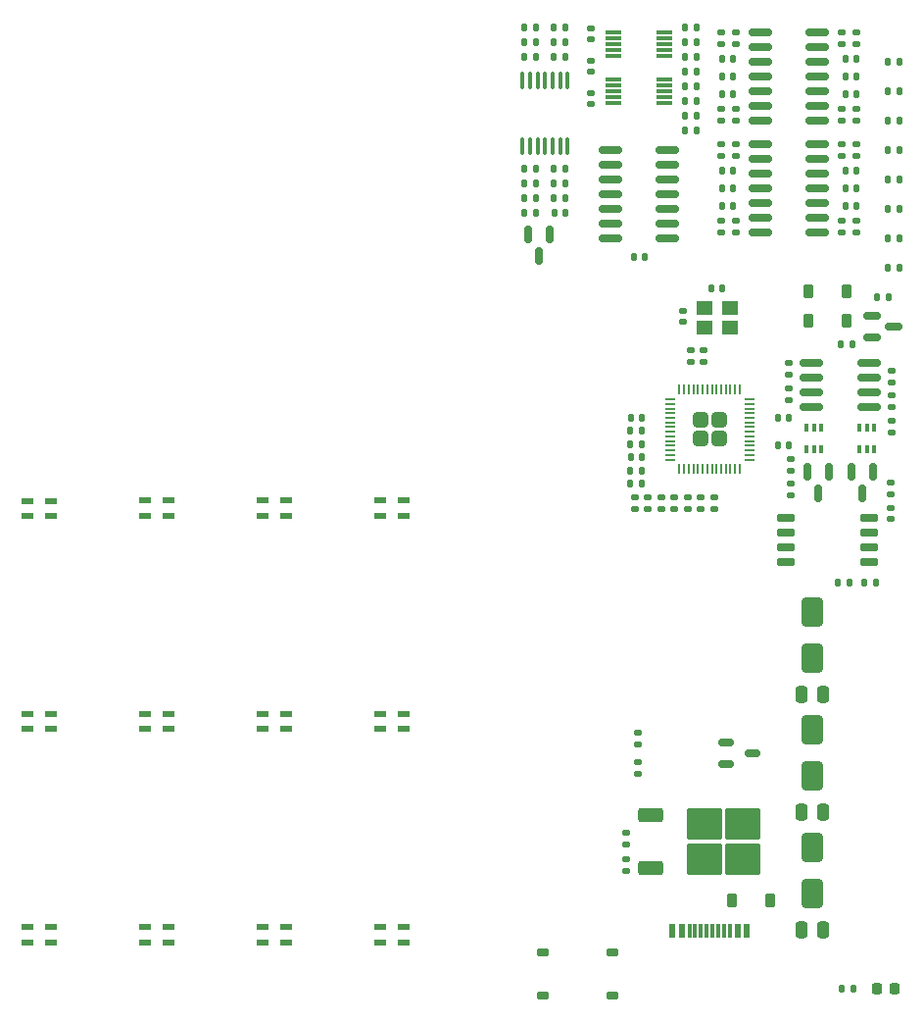
<source format=gbr>
%TF.GenerationSoftware,KiCad,Pcbnew,7.0.9*%
%TF.CreationDate,2023-11-25T16:41:52+01:00*%
%TF.ProjectId,EuroPi-X,4575726f-5069-42d5-982e-6b696361645f,rev?*%
%TF.SameCoordinates,Original*%
%TF.FileFunction,Paste,Top*%
%TF.FilePolarity,Positive*%
%FSLAX46Y46*%
G04 Gerber Fmt 4.6, Leading zero omitted, Abs format (unit mm)*
G04 Created by KiCad (PCBNEW 7.0.9) date 2023-11-25 16:41:52*
%MOMM*%
%LPD*%
G01*
G04 APERTURE LIST*
G04 Aperture macros list*
%AMRoundRect*
0 Rectangle with rounded corners*
0 $1 Rounding radius*
0 $2 $3 $4 $5 $6 $7 $8 $9 X,Y pos of 4 corners*
0 Add a 4 corners polygon primitive as box body*
4,1,4,$2,$3,$4,$5,$6,$7,$8,$9,$2,$3,0*
0 Add four circle primitives for the rounded corners*
1,1,$1+$1,$2,$3*
1,1,$1+$1,$4,$5*
1,1,$1+$1,$6,$7*
1,1,$1+$1,$8,$9*
0 Add four rect primitives between the rounded corners*
20,1,$1+$1,$2,$3,$4,$5,0*
20,1,$1+$1,$4,$5,$6,$7,0*
20,1,$1+$1,$6,$7,$8,$9,0*
20,1,$1+$1,$8,$9,$2,$3,0*%
G04 Aperture macros list end*
%ADD10RoundRect,0.250000X-0.850000X-0.350000X0.850000X-0.350000X0.850000X0.350000X-0.850000X0.350000X0*%
%ADD11RoundRect,0.250000X-1.275000X-1.125000X1.275000X-1.125000X1.275000X1.125000X-1.275000X1.125000X0*%
%ADD12R,1.000000X0.600000*%
%ADD13RoundRect,0.135000X0.135000X0.185000X-0.135000X0.185000X-0.135000X-0.185000X0.135000X-0.185000X0*%
%ADD14R,0.400000X0.650000*%
%ADD15RoundRect,0.140000X0.170000X-0.140000X0.170000X0.140000X-0.170000X0.140000X-0.170000X-0.140000X0*%
%ADD16RoundRect,0.250000X0.650000X-1.000000X0.650000X1.000000X-0.650000X1.000000X-0.650000X-1.000000X0*%
%ADD17RoundRect,0.150000X-0.825000X-0.150000X0.825000X-0.150000X0.825000X0.150000X-0.825000X0.150000X0*%
%ADD18RoundRect,0.135000X-0.135000X-0.185000X0.135000X-0.185000X0.135000X0.185000X-0.135000X0.185000X0*%
%ADD19RoundRect,0.225000X-0.225000X-0.375000X0.225000X-0.375000X0.225000X0.375000X-0.225000X0.375000X0*%
%ADD20RoundRect,0.135000X0.185000X-0.135000X0.185000X0.135000X-0.185000X0.135000X-0.185000X-0.135000X0*%
%ADD21RoundRect,0.225000X0.225000X0.375000X-0.225000X0.375000X-0.225000X-0.375000X0.225000X-0.375000X0*%
%ADD22RoundRect,0.135000X-0.185000X0.135000X-0.185000X-0.135000X0.185000X-0.135000X0.185000X0.135000X0*%
%ADD23RoundRect,0.140000X-0.170000X0.140000X-0.170000X-0.140000X0.170000X-0.140000X0.170000X0.140000X0*%
%ADD24R,1.400000X0.300000*%
%ADD25RoundRect,0.150000X-0.512500X-0.150000X0.512500X-0.150000X0.512500X0.150000X-0.512500X0.150000X0*%
%ADD26RoundRect,0.100000X-0.100000X0.637500X-0.100000X-0.637500X0.100000X-0.637500X0.100000X0.637500X0*%
%ADD27R,0.600000X1.240000*%
%ADD28R,0.300000X1.240000*%
%ADD29RoundRect,0.140000X0.140000X0.170000X-0.140000X0.170000X-0.140000X-0.170000X0.140000X-0.170000X0*%
%ADD30RoundRect,0.150000X-0.587500X-0.150000X0.587500X-0.150000X0.587500X0.150000X-0.587500X0.150000X0*%
%ADD31RoundRect,0.150000X0.650000X0.150000X-0.650000X0.150000X-0.650000X-0.150000X0.650000X-0.150000X0*%
%ADD32RoundRect,0.250000X-0.650000X1.000000X-0.650000X-1.000000X0.650000X-1.000000X0.650000X1.000000X0*%
%ADD33RoundRect,0.140000X-0.140000X-0.170000X0.140000X-0.170000X0.140000X0.170000X-0.140000X0.170000X0*%
%ADD34RoundRect,0.187500X-0.312500X-0.187500X0.312500X-0.187500X0.312500X0.187500X-0.312500X0.187500X0*%
%ADD35RoundRect,0.150000X-0.150000X0.587500X-0.150000X-0.587500X0.150000X-0.587500X0.150000X0.587500X0*%
%ADD36RoundRect,0.250000X0.250000X0.475000X-0.250000X0.475000X-0.250000X-0.475000X0.250000X-0.475000X0*%
%ADD37RoundRect,0.218750X0.218750X0.256250X-0.218750X0.256250X-0.218750X-0.256250X0.218750X-0.256250X0*%
%ADD38R,1.400000X1.200000*%
%ADD39RoundRect,0.250000X-0.250000X-0.475000X0.250000X-0.475000X0.250000X0.475000X-0.250000X0.475000X0*%
%ADD40RoundRect,0.249999X0.395001X0.395001X-0.395001X0.395001X-0.395001X-0.395001X0.395001X-0.395001X0*%
%ADD41RoundRect,0.050000X0.387500X0.050000X-0.387500X0.050000X-0.387500X-0.050000X0.387500X-0.050000X0*%
%ADD42RoundRect,0.050000X0.050000X0.387500X-0.050000X0.387500X-0.050000X-0.387500X0.050000X-0.387500X0*%
G04 APERTURE END LIST*
D10*
%TO.C,U11*%
X57912000Y-82996000D03*
D11*
X62537000Y-83751000D03*
X62537000Y-86801000D03*
X65887000Y-83751000D03*
X65887000Y-86801000D03*
D10*
X57912000Y-87556000D03*
%TD*%
D12*
%TO.C,LED2*%
X4080000Y-92695000D03*
X4080000Y-93995000D03*
X6080000Y-93995000D03*
X6080000Y-92695000D03*
%TD*%
D13*
%TO.C,R13*%
X61851000Y-18861000D03*
X60831000Y-18861000D03*
%TD*%
D14*
%TO.C,SW5*%
X75931000Y-51434000D03*
X76581000Y-51434000D03*
X77231000Y-51434000D03*
X77231000Y-49534000D03*
X76581000Y-49534000D03*
X75931000Y-49534000D03*
%TD*%
D15*
%TO.C,C3*%
X69977000Y-53250000D03*
X69977000Y-52290000D03*
%TD*%
D12*
%TO.C,LED1*%
X4080000Y-74280000D03*
X4080000Y-75580000D03*
X6080000Y-75580000D03*
X6080000Y-74280000D03*
%TD*%
D16*
%TO.C,D2*%
X71882000Y-69502000D03*
X71882000Y-65502000D03*
%TD*%
D17*
%TO.C,U8*%
X67375000Y-25084000D03*
X67375000Y-26354000D03*
X67375000Y-27624000D03*
X67375000Y-28894000D03*
X67375000Y-30164000D03*
X67375000Y-31434000D03*
X67375000Y-32704000D03*
X72325000Y-32704000D03*
X72325000Y-31434000D03*
X72325000Y-30164000D03*
X72325000Y-28894000D03*
X72325000Y-27624000D03*
X72325000Y-26354000D03*
X72325000Y-25084000D03*
%TD*%
D18*
%TO.C,R59*%
X56132000Y-50992000D03*
X57152000Y-50992000D03*
%TD*%
D19*
%TO.C,D3*%
X71502000Y-37784000D03*
X74802000Y-37784000D03*
%TD*%
D20*
%TO.C,R5*%
X59944000Y-56582000D03*
X59944000Y-55562000D03*
%TD*%
%TO.C,R12*%
X75692000Y-16450000D03*
X75692000Y-15430000D03*
%TD*%
D21*
%TO.C,D6*%
X68198000Y-90362000D03*
X64898000Y-90362000D03*
%TD*%
D22*
%TO.C,R32*%
X65278000Y-25082000D03*
X65278000Y-26102000D03*
%TD*%
D23*
%TO.C,C13*%
X58801000Y-55592000D03*
X58801000Y-56552000D03*
%TD*%
D20*
%TO.C,R29*%
X64008000Y-26102000D03*
X64008000Y-25082000D03*
%TD*%
D22*
%TO.C,R41*%
X64008000Y-22034000D03*
X64008000Y-23054000D03*
%TD*%
D24*
%TO.C,DAC2*%
X54696000Y-19512000D03*
X54696000Y-20012000D03*
X54696000Y-20512000D03*
X54696000Y-21012000D03*
X54696000Y-21512000D03*
X59096000Y-21512000D03*
X59096000Y-21012000D03*
X59096000Y-20512000D03*
X59096000Y-20012000D03*
X59096000Y-19512000D03*
%TD*%
D13*
%TO.C,R58*%
X57152000Y-49849000D03*
X56132000Y-49849000D03*
%TD*%
%TO.C,R11*%
X77345000Y-62930000D03*
X76325000Y-62930000D03*
%TD*%
D25*
%TO.C,U5*%
X64394500Y-76712000D03*
X64394500Y-78612000D03*
X66669500Y-77662000D03*
%TD*%
D13*
%TO.C,R48*%
X79377000Y-33212000D03*
X78357000Y-33212000D03*
%TD*%
D23*
%TO.C,C16*%
X63373000Y-55592000D03*
X63373000Y-56552000D03*
%TD*%
D13*
%TO.C,R33*%
X79377000Y-20512000D03*
X78357000Y-20512000D03*
%TD*%
D26*
%TO.C,U9*%
X50718000Y-19554500D03*
X50068000Y-19554500D03*
X49418000Y-19554500D03*
X48768000Y-19554500D03*
X48118000Y-19554500D03*
X47468000Y-19554500D03*
X46818000Y-19554500D03*
X46818000Y-25279500D03*
X47468000Y-25279500D03*
X48118000Y-25279500D03*
X48768000Y-25279500D03*
X49418000Y-25279500D03*
X50068000Y-25279500D03*
X50718000Y-25279500D03*
%TD*%
D27*
%TO.C,P1*%
X59792000Y-92987000D03*
X60592000Y-92987000D03*
D28*
X61742000Y-92987000D03*
X62742000Y-92987000D03*
X63242000Y-92987000D03*
X64242000Y-92987000D03*
D27*
X65392000Y-92987000D03*
X66192000Y-92987000D03*
X66192000Y-92987000D03*
X65392000Y-92987000D03*
D28*
X64742000Y-92987000D03*
X63742000Y-92987000D03*
X62242000Y-92987000D03*
X61242000Y-92987000D03*
D27*
X60592000Y-92987000D03*
X59792000Y-92987000D03*
%TD*%
D22*
%TO.C,R49*%
X75692000Y-22034000D03*
X75692000Y-23054000D03*
%TD*%
D29*
%TO.C,C22*%
X75664000Y-28894000D03*
X74704000Y-28894000D03*
%TD*%
D23*
%TO.C,C27*%
X52705000Y-20667000D03*
X52705000Y-21627000D03*
%TD*%
D22*
%TO.C,R17*%
X74422000Y-25082000D03*
X74422000Y-26102000D03*
%TD*%
D12*
%TO.C,LED10*%
X24400000Y-55865000D03*
X24400000Y-57165000D03*
X26400000Y-57165000D03*
X26400000Y-55865000D03*
%TD*%
%TO.C,LED3*%
X14240000Y-74280000D03*
X14240000Y-75580000D03*
X16240000Y-75580000D03*
X16240000Y-74280000D03*
%TD*%
D13*
%TO.C,R30*%
X61851000Y-22671000D03*
X60831000Y-22671000D03*
%TD*%
%TO.C,R18*%
X79377000Y-17972000D03*
X78357000Y-17972000D03*
%TD*%
D12*
%TO.C,LED9*%
X4080000Y-55880000D03*
X4080000Y-57180000D03*
X6080000Y-57180000D03*
X6080000Y-55880000D03*
%TD*%
D23*
%TO.C,C40*%
X62230000Y-55592000D03*
X62230000Y-56552000D03*
%TD*%
D17*
%TO.C,U1*%
X71820000Y-44007000D03*
X71820000Y-45277000D03*
X71820000Y-46547000D03*
X71820000Y-47817000D03*
X76770000Y-47817000D03*
X76770000Y-46547000D03*
X76770000Y-45277000D03*
X76770000Y-44007000D03*
%TD*%
D30*
%TO.C,Q1*%
X77040500Y-39882000D03*
X77040500Y-41782000D03*
X78915500Y-40832000D03*
%TD*%
D13*
%TO.C,R37*%
X48008000Y-15051000D03*
X46988000Y-15051000D03*
%TD*%
D29*
%TO.C,C32*%
X75664000Y-20766000D03*
X74704000Y-20766000D03*
%TD*%
D23*
%TO.C,C18*%
X78740000Y-44670000D03*
X78740000Y-45630000D03*
%TD*%
D18*
%TO.C,R62*%
X74420000Y-97982000D03*
X75440000Y-97982000D03*
%TD*%
%TO.C,R38*%
X46988000Y-16321000D03*
X48008000Y-16321000D03*
%TD*%
D15*
%TO.C,C36*%
X55753000Y-87794000D03*
X55753000Y-86834000D03*
%TD*%
D22*
%TO.C,R1*%
X69977000Y-54419000D03*
X69977000Y-55439000D03*
%TD*%
D18*
%TO.C,R39*%
X49528000Y-27243000D03*
X50548000Y-27243000D03*
%TD*%
D31*
%TO.C,U6*%
X76752000Y-61152000D03*
X76752000Y-59882000D03*
X76752000Y-58612000D03*
X76752000Y-57342000D03*
X69552000Y-57342000D03*
X69552000Y-58612000D03*
X69552000Y-59882000D03*
X69552000Y-61152000D03*
%TD*%
D32*
%TO.C,D5*%
X71882000Y-85822000D03*
X71882000Y-89822000D03*
%TD*%
D18*
%TO.C,R25*%
X49528000Y-17591000D03*
X50548000Y-17591000D03*
%TD*%
D22*
%TO.C,R43*%
X64008000Y-31686000D03*
X64008000Y-32706000D03*
%TD*%
D23*
%TO.C,C35*%
X55753000Y-84548000D03*
X55753000Y-85508000D03*
%TD*%
D29*
%TO.C,C24*%
X75664000Y-19242000D03*
X74704000Y-19242000D03*
%TD*%
%TO.C,C12*%
X75664000Y-27370000D03*
X74704000Y-27370000D03*
%TD*%
D22*
%TO.C,R9*%
X69850000Y-44005000D03*
X69850000Y-45025000D03*
%TD*%
D33*
%TO.C,C30*%
X64036000Y-30418000D03*
X64996000Y-30418000D03*
%TD*%
D12*
%TO.C,LED5*%
X24400000Y-74280000D03*
X24400000Y-75580000D03*
X26400000Y-75580000D03*
X26400000Y-74280000D03*
%TD*%
D15*
%TO.C,C41*%
X61341000Y-43852000D03*
X61341000Y-42892000D03*
%TD*%
D34*
%TO.C,SW3*%
X48562000Y-94862000D03*
X54562000Y-94862000D03*
X48562000Y-98562000D03*
X54562000Y-98562000D03*
%TD*%
D29*
%TO.C,C21*%
X64996000Y-28894000D03*
X64036000Y-28894000D03*
%TD*%
D13*
%TO.C,R56*%
X79377000Y-25592000D03*
X78357000Y-25592000D03*
%TD*%
D20*
%TO.C,R53*%
X74422000Y-23054000D03*
X74422000Y-22034000D03*
%TD*%
D15*
%TO.C,C7*%
X56778000Y-79412000D03*
X56778000Y-78452000D03*
%TD*%
D13*
%TO.C,R35*%
X50548000Y-29783000D03*
X49528000Y-29783000D03*
%TD*%
D22*
%TO.C,R8*%
X69850000Y-46164000D03*
X69850000Y-47184000D03*
%TD*%
D12*
%TO.C,LED8*%
X34560000Y-92695000D03*
X34560000Y-93995000D03*
X36560000Y-93995000D03*
X36560000Y-92695000D03*
%TD*%
D23*
%TO.C,C37*%
X52705000Y-15079000D03*
X52705000Y-16039000D03*
%TD*%
%TO.C,C38*%
X52705000Y-17873000D03*
X52705000Y-18833000D03*
%TD*%
D12*
%TO.C,LED4*%
X14240000Y-92695000D03*
X14240000Y-93995000D03*
X16240000Y-93995000D03*
X16240000Y-92695000D03*
%TD*%
D33*
%TO.C,C14*%
X68862000Y-51119000D03*
X69822000Y-51119000D03*
%TD*%
D14*
%TO.C,SW4*%
X71359000Y-51434000D03*
X72009000Y-51434000D03*
X72659000Y-51434000D03*
X72659000Y-49534000D03*
X72009000Y-49534000D03*
X71359000Y-49534000D03*
%TD*%
D22*
%TO.C,R16*%
X74422000Y-15430000D03*
X74422000Y-16450000D03*
%TD*%
D13*
%TO.C,R19*%
X79377000Y-28132000D03*
X78357000Y-28132000D03*
%TD*%
%TO.C,R15*%
X61851000Y-23941000D03*
X60831000Y-23941000D03*
%TD*%
D29*
%TO.C,C5*%
X57122000Y-48706000D03*
X56162000Y-48706000D03*
%TD*%
D35*
%TO.C,U2*%
X77150000Y-53356500D03*
X75250000Y-53356500D03*
X76200000Y-55231500D03*
%TD*%
D22*
%TO.C,R61*%
X78740000Y-46799000D03*
X78740000Y-47819000D03*
%TD*%
D18*
%TO.C,R60*%
X56132000Y-53278000D03*
X57152000Y-53278000D03*
%TD*%
D23*
%TO.C,C2*%
X78613000Y-56481000D03*
X78613000Y-57441000D03*
%TD*%
D29*
%TO.C,C23*%
X64996000Y-19242000D03*
X64036000Y-19242000D03*
%TD*%
D36*
%TO.C,C25*%
X72832000Y-82742000D03*
X70932000Y-82742000D03*
%TD*%
D20*
%TO.C,R54*%
X74422000Y-32704000D03*
X74422000Y-31684000D03*
%TD*%
D35*
%TO.C,U3*%
X49210000Y-32909500D03*
X47310000Y-32909500D03*
X48260000Y-34784500D03*
%TD*%
D18*
%TO.C,R20*%
X49528000Y-15051000D03*
X50548000Y-15051000D03*
%TD*%
D22*
%TO.C,R2*%
X78613000Y-54292000D03*
X78613000Y-55312000D03*
%TD*%
D13*
%TO.C,R26*%
X48008000Y-27243000D03*
X46988000Y-27243000D03*
%TD*%
D23*
%TO.C,C9*%
X60706000Y-39463000D03*
X60706000Y-40423000D03*
%TD*%
D33*
%TO.C,C8*%
X63147000Y-37530000D03*
X64107000Y-37530000D03*
%TD*%
D17*
%TO.C,U7*%
X67375000Y-15432000D03*
X67375000Y-16702000D03*
X67375000Y-17972000D03*
X67375000Y-19242000D03*
X67375000Y-20512000D03*
X67375000Y-21782000D03*
X67375000Y-23052000D03*
X72325000Y-23052000D03*
X72325000Y-21782000D03*
X72325000Y-20512000D03*
X72325000Y-19242000D03*
X72325000Y-17972000D03*
X72325000Y-16702000D03*
X72325000Y-15432000D03*
%TD*%
D35*
%TO.C,U12*%
X73340000Y-53356500D03*
X71440000Y-53356500D03*
X72390000Y-55231500D03*
%TD*%
D13*
%TO.C,R44*%
X61851000Y-21401000D03*
X60831000Y-21401000D03*
%TD*%
D36*
%TO.C,C28*%
X72832000Y-92902000D03*
X70932000Y-92902000D03*
%TD*%
D12*
%TO.C,LED7*%
X34560000Y-74280000D03*
X34560000Y-75580000D03*
X36560000Y-75580000D03*
X36560000Y-74280000D03*
%TD*%
D18*
%TO.C,R10*%
X74039000Y-62930000D03*
X75059000Y-62930000D03*
%TD*%
D13*
%TO.C,R57*%
X79377000Y-35752000D03*
X78357000Y-35752000D03*
%TD*%
D32*
%TO.C,D1*%
X71882000Y-75662000D03*
X71882000Y-79662000D03*
%TD*%
D24*
%TO.C,DAC1*%
X54696000Y-15448000D03*
X54696000Y-15948000D03*
X54696000Y-16448000D03*
X54696000Y-16948000D03*
X54696000Y-17448000D03*
X59096000Y-17448000D03*
X59096000Y-16948000D03*
X59096000Y-16448000D03*
X59096000Y-15948000D03*
X59096000Y-15448000D03*
%TD*%
D13*
%TO.C,R47*%
X79377000Y-23052000D03*
X78357000Y-23052000D03*
%TD*%
D23*
%TO.C,C17*%
X56515000Y-55592000D03*
X56515000Y-56552000D03*
%TD*%
D20*
%TO.C,R46*%
X65278000Y-32706000D03*
X65278000Y-31686000D03*
%TD*%
D23*
%TO.C,C15*%
X57658000Y-55592000D03*
X57658000Y-56552000D03*
%TD*%
D20*
%TO.C,R4*%
X61087000Y-56582000D03*
X61087000Y-55562000D03*
%TD*%
D13*
%TO.C,R40*%
X48008000Y-17591000D03*
X46988000Y-17591000D03*
%TD*%
D12*
%TO.C,LED11*%
X14240000Y-55865000D03*
X14240000Y-57165000D03*
X16240000Y-57165000D03*
X16240000Y-55865000D03*
%TD*%
D20*
%TO.C,R14*%
X75692000Y-26102000D03*
X75692000Y-25082000D03*
%TD*%
D13*
%TO.C,R28*%
X61851000Y-17591000D03*
X60831000Y-17591000D03*
%TD*%
D33*
%TO.C,C19*%
X64036000Y-17718000D03*
X64996000Y-17718000D03*
%TD*%
D15*
%TO.C,C6*%
X62484000Y-43852000D03*
X62484000Y-42892000D03*
%TD*%
D18*
%TO.C,R24*%
X56132000Y-54421000D03*
X57152000Y-54421000D03*
%TD*%
D13*
%TO.C,R21*%
X50548000Y-16321000D03*
X49528000Y-16321000D03*
%TD*%
D20*
%TO.C,R27*%
X64008000Y-16450000D03*
X64008000Y-15430000D03*
%TD*%
D12*
%TO.C,LED6*%
X24400000Y-92695000D03*
X24400000Y-93995000D03*
X26400000Y-93995000D03*
X26400000Y-92695000D03*
%TD*%
D18*
%TO.C,R22*%
X46988000Y-29783000D03*
X48008000Y-29783000D03*
%TD*%
D13*
%TO.C,R42*%
X61851000Y-16321000D03*
X60831000Y-16321000D03*
%TD*%
D33*
%TO.C,C4*%
X49558000Y-31053000D03*
X50518000Y-31053000D03*
%TD*%
D22*
%TO.C,R51*%
X75692000Y-31686000D03*
X75692000Y-32706000D03*
%TD*%
D37*
%TO.C,D7*%
X79019500Y-97982000D03*
X77444500Y-97982000D03*
%TD*%
D20*
%TO.C,R45*%
X65278000Y-23054000D03*
X65278000Y-22034000D03*
%TD*%
D33*
%TO.C,C39*%
X68862000Y-48706000D03*
X69822000Y-48706000D03*
%TD*%
D13*
%TO.C,R6*%
X75313000Y-42356000D03*
X74293000Y-42356000D03*
%TD*%
%TO.C,R34*%
X79377000Y-30672000D03*
X78357000Y-30672000D03*
%TD*%
%TO.C,R36*%
X50548000Y-28513000D03*
X49528000Y-28513000D03*
%TD*%
D17*
%TO.C,U10*%
X54421000Y-25592000D03*
X54421000Y-26862000D03*
X54421000Y-28132000D03*
X54421000Y-29402000D03*
X54421000Y-30672000D03*
X54421000Y-31942000D03*
X54421000Y-33212000D03*
X59371000Y-33212000D03*
X59371000Y-31942000D03*
X59371000Y-30672000D03*
X59371000Y-29402000D03*
X59371000Y-28132000D03*
X59371000Y-26862000D03*
X59371000Y-25592000D03*
%TD*%
D13*
%TO.C,R3*%
X48008000Y-31053000D03*
X46988000Y-31053000D03*
%TD*%
D22*
%TO.C,R31*%
X65278000Y-15430000D03*
X65278000Y-16450000D03*
%TD*%
D33*
%TO.C,C20*%
X64036000Y-27370000D03*
X64996000Y-27370000D03*
%TD*%
D23*
%TO.C,C10*%
X56778000Y-75912000D03*
X56778000Y-76872000D03*
%TD*%
D29*
%TO.C,C11*%
X75664000Y-17718000D03*
X74704000Y-17718000D03*
%TD*%
%TO.C,C1*%
X57122000Y-52135000D03*
X56162000Y-52135000D03*
%TD*%
D38*
%TO.C,Y1*%
X64727000Y-39220000D03*
X62527000Y-39220000D03*
X62527000Y-40920000D03*
X64727000Y-40920000D03*
%TD*%
D13*
%TO.C,R50*%
X61851000Y-15051000D03*
X60831000Y-15051000D03*
%TD*%
D29*
%TO.C,C33*%
X75664000Y-30418000D03*
X74704000Y-30418000D03*
%TD*%
D33*
%TO.C,C31*%
X56416000Y-34863000D03*
X57376000Y-34863000D03*
%TD*%
%TO.C,C29*%
X64036000Y-20766000D03*
X64996000Y-20766000D03*
%TD*%
D39*
%TO.C,C26*%
X70932000Y-72582000D03*
X72832000Y-72582000D03*
%TD*%
D18*
%TO.C,R23*%
X46988000Y-28513000D03*
X48008000Y-28513000D03*
%TD*%
D22*
%TO.C,R55*%
X78740000Y-48958000D03*
X78740000Y-49978000D03*
%TD*%
D40*
%TO.C,U4*%
X63792000Y-50522000D03*
X63792000Y-48922000D03*
X62192000Y-50522000D03*
X62192000Y-48922000D03*
D41*
X66429500Y-52322000D03*
X66429500Y-51922000D03*
X66429500Y-51522000D03*
X66429500Y-51122000D03*
X66429500Y-50722000D03*
X66429500Y-50322000D03*
X66429500Y-49922000D03*
X66429500Y-49522000D03*
X66429500Y-49122000D03*
X66429500Y-48722000D03*
X66429500Y-48322000D03*
X66429500Y-47922000D03*
X66429500Y-47522000D03*
X66429500Y-47122000D03*
D42*
X65592000Y-46284500D03*
X65192000Y-46284500D03*
X64792000Y-46284500D03*
X64392000Y-46284500D03*
X63992000Y-46284500D03*
X63592000Y-46284500D03*
X63192000Y-46284500D03*
X62792000Y-46284500D03*
X62392000Y-46284500D03*
X61992000Y-46284500D03*
X61592000Y-46284500D03*
X61192000Y-46284500D03*
X60792000Y-46284500D03*
X60392000Y-46284500D03*
D41*
X59554500Y-47122000D03*
X59554500Y-47522000D03*
X59554500Y-47922000D03*
X59554500Y-48322000D03*
X59554500Y-48722000D03*
X59554500Y-49122000D03*
X59554500Y-49522000D03*
X59554500Y-49922000D03*
X59554500Y-50322000D03*
X59554500Y-50722000D03*
X59554500Y-51122000D03*
X59554500Y-51522000D03*
X59554500Y-51922000D03*
X59554500Y-52322000D03*
D42*
X60392000Y-53159500D03*
X60792000Y-53159500D03*
X61192000Y-53159500D03*
X61592000Y-53159500D03*
X61992000Y-53159500D03*
X62392000Y-53159500D03*
X62792000Y-53159500D03*
X63192000Y-53159500D03*
X63592000Y-53159500D03*
X63992000Y-53159500D03*
X64392000Y-53159500D03*
X64792000Y-53159500D03*
X65192000Y-53159500D03*
X65592000Y-53159500D03*
%TD*%
D13*
%TO.C,R52*%
X61851000Y-20131000D03*
X60831000Y-20131000D03*
%TD*%
D12*
%TO.C,LED12*%
X34560000Y-55865000D03*
X34560000Y-57165000D03*
X36560000Y-57165000D03*
X36560000Y-55865000D03*
%TD*%
D21*
%TO.C,D4*%
X74802000Y-40324000D03*
X71502000Y-40324000D03*
%TD*%
D13*
%TO.C,R7*%
X78488000Y-38292000D03*
X77468000Y-38292000D03*
%TD*%
M02*

</source>
